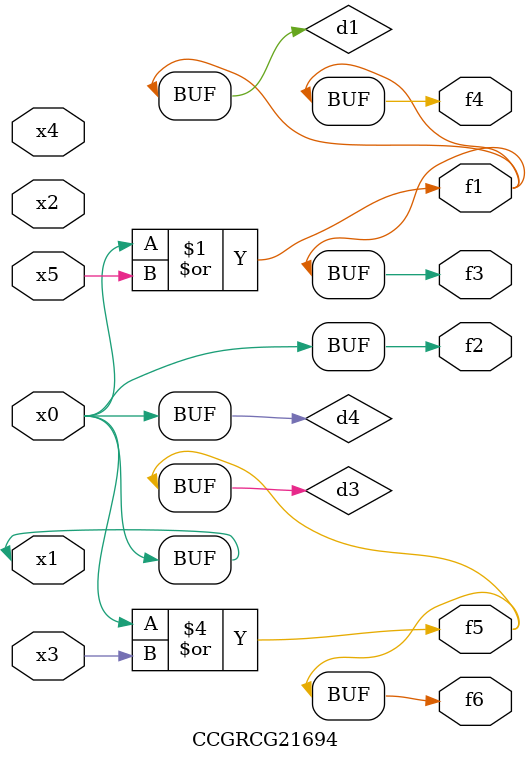
<source format=v>
module CCGRCG21694(
	input x0, x1, x2, x3, x4, x5,
	output f1, f2, f3, f4, f5, f6
);

	wire d1, d2, d3, d4;

	or (d1, x0, x5);
	xnor (d2, x1, x4);
	or (d3, x0, x3);
	buf (d4, x0, x1);
	assign f1 = d1;
	assign f2 = d4;
	assign f3 = d1;
	assign f4 = d1;
	assign f5 = d3;
	assign f6 = d3;
endmodule

</source>
